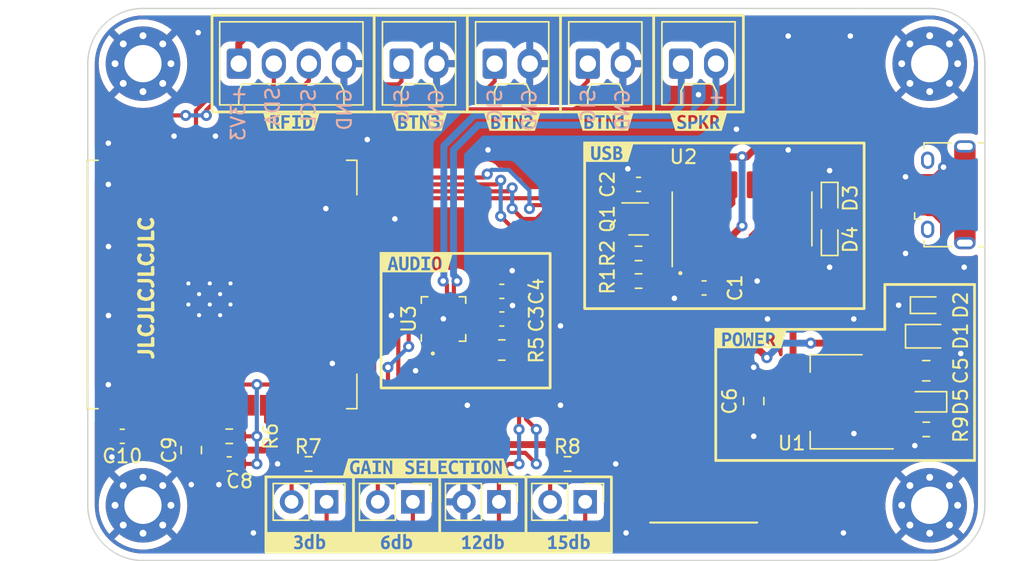
<source format=kicad_pcb>
(kicad_pcb (version 20221018) (generator pcbnew)
  (layers (0 "F.Cu" signal) (31 "B.Cu" power) (34 "B.Paste" user) (35 "F.Paste" user) (36 "B.SilkS" user "B.Silkscreen") (37 "F.SilkS" user "F.Silkscreen") (38 "B.Mask" user) (39 "F.Mask" user) (44 "Edge.Cuts" user))
  (net 0 "")
  (net 1 "I2S_LRC")
  (net 2 "GND")
  (net 3 "I2S_BCLK")
  (net 4 "I2S_DIN")
  (net 7 "+3V3")
  (net 8 "Net-(D1-Pad2)")
  (net 9 "USB_D-")
  (net 10 "VBUS")
  (net 15 "GPIO_BTN1")
  (net 16 "GPIO_BTN2")
  (net 18 "GPIO_BTN3")
  (net 19 "Net-(Q1-Pad1)")
  (net 20 "Net-(Q1-Pad2)")
  (net 21 "ESP32_EN")
  (net 22 "ESP32_BOOT")
  (net 23 "Net-(R1-Pad1)")
  (net 24 "Net-(R2-Pad2)")
  (net 32 "I2C_SCL")
  (net 33 "I2C_SDA")
  (net 46 "ESP32_RX")
  (net 49 "ESP32_TX")
  (net 53 "USB_D+")
  (net 54 "Net-(JP1-Pad2)")
  (net 55 "Net-(JP5-Pad2)")
  (net 56 "Net-(R5-Pad2)")
  (net 57 "Net-(D5-Pad1)")
  (net 58 "Net-(J2-Pad1)")
  (net 59 "Net-(J2-Pad2)")
  (net 60 "DAC_GAIN")
  (footprint "Diode_SMD:D_SOD-523" (layer "F.Cu") (at 165.25 91)
    (fp_text reference "D2")
    (fp_text value "LESD5D5.0CT1G")
  )
  (footprint "Connector_PinHeader_2.54mm:PinHeader_1x02_P2.54mm_Vertical" (layer "F.Cu") (at 134.29 105.25 -90)
    (fp_text reference "JP4" hide)
    (fp_text value "12dB")
  )
  (footprint "Diode_SMD:D_SOD-323" (layer "F.Cu") (at 165.25 93.25)
    (fp_text reference "D1")
    (fp_text value "BAT760-7")
  )
  (footprint "kibuzzard-63873069" (layer "F.Cu") (at 126.875 108.125)
    (fp_text reference "kibuzzard-63873069" hide)
    (fp_text value "G***" hide)
  )
  (footprint "MountingHole:MountingHole_2.7mm_M2.5_Pad_Via" (layer "F.Cu") (at 108.5 73.5 90)
    (fp_text reference "H3" hide)
    (fp_text value "M2.5")
  )
  (footprint "MountingHole:MountingHole_2.7mm_M2.5_Pad_Via" (layer "F.Cu") (at 165.5 73.5 90)
    (fp_text reference "H4" hide)
    (fp_text value "M2.5")
  )
  (footprint "Resistor_SMD:R_0805_2012Metric" (layer "F.Cu") (at 134.5 94.25 180)
    (fp_text reference "R5")
    (fp_text value "1M")
  )
  (footprint "MountingHole:MountingHole_2.7mm_M2.5_Pad_Via" (layer "F.Cu") (at 165.5 105.5 90)
    (fp_text reference "H2" hide)
    (fp_text value "M2.5")
  )
  (footprint "Package_TO_SOT_SMD:SOT-363_SC-70-6" (layer "F.Cu") (at 144.405 84.75)
    (fp_text reference "Q1")
    (fp_text value "UMH3N")
  )
  (footprint "Connector_PinHeader_2.54mm:PinHeader_1x02_P2.54mm_Vertical" (layer "F.Cu") (at 128.055 105.25 -90)
    (fp_text reference "JP2" hide)
    (fp_text value "6dB")
  )
  (footprint "Resistor_SMD:R_0603_1608Metric" (layer "F.Cu") (at 144.405 89.25 180)
    (fp_text reference "R1")
    (fp_text value "470")
  )
  (footprint "LED_SMD:LED_0603_1608Metric" (layer "F.Cu") (at 165.25 98 180)
    (fp_text reference "D5")
    (fp_text value "Red")
  )
  (footprint "kibuzzard-63886C09" (layer "F.Cu") (at 152.6 93.475)
    (fp_text reference "kibuzzard-63886C09" hide)
    (fp_text value "G***" hide)
  )
  (footprint "Resistor_SMD:R_0603_1608Metric" (layer "F.Cu") (at 144.405 87.25)
    (fp_text reference "R2")
    (fp_text value "470")
  )
  (footprint "Connector_Molex:Molex_KK-254_AE-6410-02A_1x02_P2.54mm_Vertical" (layer "F.Cu") (at 133.98 73.5)
    (fp_text reference "J4" hide)
    (fp_text value "BTN2")
  )
  (footprint "kibuzzard-63886C79" (layer "F.Cu") (at 148.75 77.725)
    (fp_text reference "kibuzzard-63886C79" hide)
    (fp_text value "G***" hide)
  )
  (footprint "kibuzzard-6387301B" (layer "F.Cu") (at 139.35 108.125)
    (fp_text reference "kibuzzard-6387301B" hide)
    (fp_text value "G***" hide)
  )
  (footprint "Resistor_SMD:R_0603_1608Metric" (layer "F.Cu") (at 114.75 100.5)
    (fp_text reference "R6")
    (fp_text value "10k")
  )
  (footprint "Connector_Molex:Molex_KK-254_AE-6410-02A_1x02_P2.54mm_Vertical" (layer "F.Cu") (at 147.48 73.5)
    (fp_text reference "J2" hide)
    (fp_text value "Speaker")
  )
  (footprint "Package_TO_SOT_SMD:SOT-223-3_TabPin2" (layer "F.Cu") (at 158.75 98 180)
    (fp_text reference "U1")
    (fp_text value "AMS1117-3.3")
  )
  (footprint "Connector_USB:USB_Micro-B_Amphenol_10118194_Horizontal" (layer "F.Cu") (at 166.75 83 90)
    (fp_text reference "J1" hide)
    (fp_text value "10118194")
  )
  (footprint "Capacitor_SMD:C_0805_2012Metric" (layer "F.Cu") (at 152.75 97.95 -90)
    (fp_text reference "C6")
    (fp_text value "10u")
  )
  (footprint "Capacitor_SMD:C_0603_1608Metric" (layer "F.Cu") (at 107 100.5 180)
    (fp_text reference "C10")
    (fp_text value "100n")
  )
  (footprint "Capacitor_SMD:C_0603_1608Metric" (layer "F.Cu") (at 134.5 90)
    (fp_text reference "C4")
    (fp_text value "100n")
  )
  (footprint "kibuzzard-63886C2C" (layer "F.Cu") (at 128.375 87.975)
    (fp_text reference "kibuzzard-63886C2C" hide)
    (fp_text value "G***" hide)
  )
  (footprint "Package_SO:SOIC-16_3.9x9.9mm_P1.27mm" (layer "F.Cu") (at 151.905 84.75 90)
    (fp_text reference "U2")
    (fp_text value "CH340C")
  )
  (footprint "Connector_Molex:Molex_KK-254_AE-6410-02A_1x02_P2.54mm_Vertical" (layer "F.Cu") (at 140.73 73.5)
    (fp_text reference "J3" hide)
    (fp_text value "BTN1")
  )
  (footprint "kibuzzard-63886C48" (layer "F.Cu") (at 119.25 77.725)
    (fp_text reference "kibuzzard-63886C48" hide)
    (fp_text value "G***" hide)
  )
  (footprint "Connector_PinHeader_2.54mm:PinHeader_1x02_P2.54mm_Vertical" (layer "F.Cu") (at 121.805 105.25 -90)
    (fp_text reference "JP1" hide)
    (fp_text value "3dB")
  )
  (footprint "Capacitor_SMD:C_0805_2012Metric" (layer "F.Cu") (at 165.25 95.75)
    (fp_text reference "C5")
    (fp_text value "10u")
  )
  (footprint "Resistor_SMD:R_0603_1608Metric" (layer "F.Cu") (at 120.5 102.5 180)
    (fp_text reference "R7")
    (fp_text value "100k")
  )
  (footprint "kibuzzard-63886C18" (layer "F.Cu") (at 142.3 79.975)
    (fp_text reference "kibuzzard-63886C18" hide)
    (fp_text value "G***" hide)
  )
  (footprint "kibuzzard-63873011" (layer "F.Cu") (at 133.125 108.125)
    (fp_text reference "kibuzzard-63873011" hide)
    (fp_text value "G***" hide)
  )
  (footprint "Capacitor_SMD:C_0603_1608Metric" (layer "F.Cu") (at 134.5 92)
    (fp_text reference "C3")
    (fp_text value "10u")
  )
  (footprint "Connector_PinHeader_2.54mm:PinHeader_1x02_P2.54mm_Vertical" (layer "F.Cu") (at 140.54 105.25 -90)
    (fp_text reference "JP5" hide)
    (fp_text value "15dB")
  )
  (footprint "Resistor_SMD:R_0603_1608Metric" (layer "F.Cu") (at 139.265 102.5 180)
    (fp_text reference "R8")
    (fp_text value "100k")
  )
  (footprint "Capacitor_SMD:C_0603_1608Metric" (layer "F.Cu") (at 144.405 82.25 180)
    (fp_text reference "C2")
    (fp_text value "100n")
  )
  (footprint "kibuzzard-63886C53" (layer "F.Cu") (at 128.5 77.725)
    (fp_text reference "kibuzzard-63886C53" hide)
    (fp_text value "G***" hide)
  )
  (footprint "Capacitor_SMD:C_0603_1608Metric" (layer "F.Cu") (at 114.75 102.5)
    (fp_text reference "C8")
    (fp_text value "1u")
  )
  (footprint "Espressif:ESP32-WROOM-32E" (layer "F.Cu") (at 113 89.5 90)
    (fp_text reference "U4" hide)
    (fp_text value "ESP32-WROOM-32E")
  )
  (footprint "Diode_SMD:D_SOD-523" (layer "F.Cu") (at 158.25 83.25 -90)
    (fp_text reference "D3")
    (fp_text value "LESD5D5.0CT1G")
  )
  (footprint "Diode_SMD:D_SOD-523" (layer "F.Cu") (at 158.25 86.25 90)
    (fp_text reference "D4")
    (fp_text value "LESD5D5.0CT1G")
  )
  (footprint "kibuzzard-63886C6D" (layer "F.Cu") (at 142 77.725)
    (fp_text reference "kibuzzard-63886C6D" hide)
    (fp_text value "G***" hide)
  )
  (footprint "kibuzzard-6380B75E" (layer "F.Cu") (at 129 102.75)
    (fp_text reference "kibuzzard-6380B75E" hide)
    (fp_text value "G***" hide)
  )
  (footprint "Connector_Molex:Molex_KK-254_AE-6410-04A_1x04_P2.54mm_Vertical" (layer "F.Cu") (at 115.44 73.5)
    (fp_text reference "J5" hide)
    (fp_text value "RFID Module")
  )
  (footprint "kibuzzard-63885EFC" (layer "F.Cu") (at 120.575 108.125)
    (fp_text reference "kibuzzard-63885EFC" hide)
    (fp_text value "G***" hide)
  )
  (footprint "Capacitor_SMD:C_0805_2012Metric" (layer "F.Cu") (at 112 101.5 -90)
    (fp_text reference "C9")
    (fp_text value "22u")
  )
  (footprint "Connector_Molex:Molex_KK-254_AE-6410-02A_1x02_P2.54mm_Vertical" (layer "F.Cu") (at 127.23 73.5)
    (fp_text reference "J6" hide)
    (fp_text value "BTN3")
  )
  (footprint "Package_DFN_QFN:TQFN-16-1EP_3x3mm_P0.5mm_EP1.23x1.23mm" (layer "F.Cu") (at 130.275 92 90)
    (fp_text reference "U3")
    (fp_text value "MAX98357AETE+T")
  )
  (footprint "Capacitor_SMD:C_0603_1608Metric" (layer "F.Cu") (at 149.155 89.75 180)
    (fp_text reference "C1")
    (fp_text value "100n")
  )
  (footprint "kibuzzard-63886C64" (layer "F.Cu") (at 135.25 77.725)
    (fp_text reference "kibuzzard-63886C64" hide)
    (fp_text value "G***" hide)
  )
  (footprint "MountingHole:MountingHole_2.7mm_M2.5_Pad_Via" (layer "F.Cu") (at 108.5 105.5 90)
    (fp_text reference "H1" hide)
    (fp_text value "M2.5")
  )
  (footprint "Resistor_SMD:R_0603_1608Metric" (layer "F.Cu") (at 165.25 100)
    (fp_text reference "R9")
    (fp_text value "1k5")
  )
  (gr_line (start 130 108.825) (end 130 103.5) (stroke (width 0.2)) (layer "F.SilkS"))
  (gr_line (start 168.75 89.5) (end 168.75 102.25) (stroke (width 0.2)) (layer "F.SilkS"))
  (gr_line (start 153 106.75) (end 145.25 106.75) (stroke (width 0.15)) (layer "F.SilkS"))
  (gr_line (start 145.5 77) (end 145.5 70) (stroke (width 0.2)) (layer "F.SilkS"))
  (gr_line (start 132 77) (end 132 70) (stroke (width 0.2)) (layer "F.SilkS"))
  (gr_line (start 150 92.75) (end 150 93.25) (stroke (width 0.2)) (layer "F.SilkS"))
  (gr_line (start 162.25 89.5) (end 168.75 89.5) (stroke (width 0.2)) (layer "F.SilkS"))
  (gr_rect (start 117.41 103.44) (end 142.44 108.89) (stroke (width 0.2)) (fill none) (layer "F.SilkS"))
  (gr_circle (center 147.435 88.68) (end 147.435 88.605) (stroke (width 0.15)) (fill solid) (layer "F.SilkS"))
  (gr_circle (center 129.5 94.5) (end 129.5 94.425) (stroke (width 0.15)) (fill solid) (layer "F.SilkS"))
  (gr_line (start 125.25 77) (end 125.25 70) (stroke (width 0.2)) (layer "F.SilkS"))
  (gr_rect (start 140.5 79.25) (end 160.75 91.25) (stroke (width 0.2)) (fill none) (layer "F.SilkS"))
  (gr_line (start 150 102.25) (end 150 93.25) (stroke (width 0.2)) (layer "F.SilkS"))
  (gr_line (start 156.5 92.75) (end 150 92.75) (stroke (width 0.2)) (layer "F.SilkS"))
  (gr_line (start 136.25 103.5) (end 136.25 108.8) (stroke (width 0.2)) (layer "F.SilkS"))
  (gr_line (start 138.75 77) (end 138.75 70) (stroke (width 0.2)) (layer "F.SilkS"))
  (gr_line (start 162.25 89.5) (end 162.25 92.75) (stroke (width 0.2)) (layer "F.SilkS"))
  (gr_rect (start 125.75 87.25) (end 138 97) (stroke (width 0.2)) (fill none) (layer "F.SilkS"))
  (gr_rect (start 113.5 70) (end 152 77) (stroke (width 0.2)) (fill none) (layer "F.SilkS"))
  (gr_line (start 162.25 92.75) (end 156.5 92.75) (stroke (width 0.2)) (layer "F.SilkS"))
  (gr_line (start 123.75 103.5) (end 123.75 108.85) (stroke (width 0.2)) (layer "F.SilkS"))
  (gr_line (start 168.75 102.25) (end 150 102.25) (stroke (width 0.2)) (layer "F.SilkS"))
  (gr_arc (start 108.5 109.5) (mid 105.671573 108.328427) (end 104.5 105.5) (stroke (width 0.1)) (layer "Edge.Cuts"))
  (gr_line (start 104.5 73.5) (end 104.5 105.5) (stroke (width 0.1)) (layer "Edge.Cuts"))
  (gr_arc (start 104.5 73.5) (mid 105.671573 70.671573) (end 108.5 69.5) (stroke (width 0.1)) (layer "Edge.Cuts"))
  (gr_arc (start 169.5 105.5) (mid 168.328427 108.328427) (end 165.5 109.5) (stroke (width 0.1)) (layer "Edge.Cuts"))
  (gr_line (start 108.5 69.5) (end 160.5 69.5) (stroke (width 0.1)) (layer "Edge.Cuts"))
  (gr_line (start 160.5 69.5) (end 165.5 69.5) (stroke (width 0.1)) (layer "Edge.Cuts"))
  (gr_arc (start 165.5 69.5) (mid 168.328427 70.671573) (end 169.5 73.5) (stroke (width 0.1)) (layer "Edge.Cuts"))
  (gr_line (start 160.5 109.5) (end 108.5 109.5) (stroke (width 0.1)) (layer "Edge.Cuts"))
  (gr_line (start 160.5 109.5) (end 165.5 109.5) (stroke (width 0.1)) (layer "Edge.Cuts"))
  (gr_line (start 169.5 73.5) (end 169.5 105.5) (stroke (width 0.1)) (layer "Edge.Cuts"))
  (gr_text "+3V3" (at 115.4 75 90) (layer "B.SilkS") (effects (font (size 1 1)) (justify left mirror)))
  (gr_text "GND" (at 123.1 75.2 90) (layer "B.SilkS") (effects (font (size 1 1)) (justify left mirror)))
  (gr_text "SCL" (at 120.5 75.2 90) (layer "B.SilkS") (effects (font (size 1 1)) (justify left mirror)))
  (gr_text "SDA" (at 117.9 75.1 90) (layer "B.SilkS") (effects (font (size 1 1)) (justify left mirror)))
  (gr_text "GND" (at 143.25 75.25 90) (layer "B.SilkS") (effects (font (size 1 1)) (justify left mirror)))
  (gr_text "SIG" (at 134 75.25 90) (layer "B.SilkS") (effects (font (size 1 1)) (justify left mirror)))
  (gr_text "+" (at 150 75.25 90) (layer "B.SilkS") (effects (font (size 1 1)) (justify left mirror)))
  (gr_text "SIG" (at 140.75 75.25 90) (layer "B.SilkS") (effects (font (size 1 1)) (justify left mirror)))
  (gr_text "GND" (at 136.5 75.25 90) (layer "B.SilkS") (effects (font (size 1 1)) (justify left mirror)))
  (gr_text "GND" (at 129.75 75.25 90) (layer "B.SilkS") (effects (font (size 1 1)) (justify left mirror)))
  (gr_text "-" (at 147.5 75.25 90) (layer "B.SilkS") (effects (font (size 1 1)) (justify left mirror)))
  (gr_text "SIG" (at 127.25 75.25 90) (layer "B.SilkS") (effects (font (size 1 1)) (justify left mirror)))
  (gr_text "JLCJLCJLCJLC" (at 108.75 89.75 90) (layer "F.SilkS") (effects (font (size 1 1) (thickness 0.25))))
  (segment (start 127 98.5) (end 127 93.091637) (width 0.3) (layer "F.Cu") (net 1))
  (segment (start 125.5 100) (end 127 98.5) (width 0.3) (layer "F.Cu") (net 1))
  (segment (start 118.69 98.25) (end 118.69 99.44) (width 0.3) (layer "F.Cu") (net 1))
  (segment (start 118.69 99.44) (end 119.25 100) (width 0.3) (layer "F.Cu") (net 1))
  (segment (start 127 93.091637) (end 128.341637 91.75) (width 0.3) (layer "F.Cu") (net 1))
  (segment (start 119.25 100) (end 125.5 100) (width 0.3) (layer "F.Cu") (net 1))
  (segment (start 128.341637 91.75) (end 128.8375 91.75) (width 0.3) (layer "F.Cu") (net 1))
  (segment (start 112.565 90.2) (end 113.3 90.2) (width 0.5) (layer "F.Cu") (net 2))
  (segment (start 112.05 102.5) (end 112 102.45) (width 0.5) (layer "F.Cu") (net 2))
  (segment (start 167.75 95.5) (end 167.75 94.5) (width 0.5) (layer "F.Cu") (net 2))
  (segment (start 113.975 102.5) (end 112.05 102.5) (width 0.5) (layer "F.Cu") (net 2))
  (segment (start 113.32 88.655) (end 111.795 88.655) (width 0.5) (layer "F.Cu") (net 2))
  (segment (start 147.63 90.5) (end 148.38 89.75) (width 0.5) (layer "F.Cu") (net 2))
  (segment (start 130.025 92.25) (end 130.275 92) (width 0.3) (layer "F.Cu") (net 2))
  (segment (start 130.025 91.75) (end 130.2625 91.9875) (width 0.3) (layer "F.Cu") (net 2))
  (segment (start 164.425 100) (end 163.75 100) (width 0.5) (layer "F.Cu") (net 2))
  (segment (start 111.815 90.2) (end 111.795 90.18) (width 0.5) (layer "F.Cu") (net 2))
  (segment (start 163.45 100.3) (end 161.9 100.3) (width 0.5) (layer "F.Cu") (net 2))
  (segment (start 130.525 92.25) (end 130.275 92) (width 0.3) (layer "F.Cu") (net 2))
  (segment (start 163.75 100) (end 163.45 100.3) (width 0.5) (layer "F.Cu") (net 2))
  (segment (start 158.25 86.95) (end 158.25 88.25) (width 0.5) (layer "F.Cu") (net 2))
  (segment (start 130.2625 91.9875) (end 130.275 92) (width 0.3) (layer "F.Cu") (net 2))
  (segment (start 147.46 87.225) (end 147.46 88.83) (width 0.5) (layer "F.Cu") (net 2))
  (segment (start 113.34 91.685) (end 113.32 91.705) (width 0.5) (layer "F.Cu") (net 2))
  (segment (start 105.99 96.76) (end 105.99 98.25) (width 0.5) (layer "F.Cu") (net 2))
  (segment (start 111.795 91.705) (end 111.795 90.955) (width 0.5) (layer "F.Cu") (net 2))
  (segment (start 114.845 90.18) (end 114.845 89.43) (width 0.5) (layer "F.Cu") (net 2))
  (segment (start 143.63 81.12) (end 143.63 82.25) (width 0.5) (layer "F.Cu") (net 2))
  (segment (start 140.09 102.5) (end 142.75 102.5) (width 0.3) (layer "F.Cu") (net 2))
  (segment (start 106.25 99.5) (end 106.25 100.475) (width 0.5) (layer "F.Cu") (net 2))
  (segment (start 114.845 91.705) (end 114.845 90.955) (width 0.5) (layer "F.Cu") (net 2))
  (segment (start 114 102.525) (end 113.975 102.5) (width 0.5) (layer "F.Cu") (net 2))
  (segment (start 112 104) (end 112 102.45) (width 0.5) (layer "F.Cu") (net 2))
  (segment (start 165.8 81.7) (end 166.5 81) (width 0.3) (layer "F.Cu") (net 2))
  (segment (start 160.01 100.3) (end 161.9 100.3) (width 0.5) (layer "F.Cu") (net 2))
  (segment (start 161.95 100.25) (end 161.9 100.3) (width 0.5) (layer "F.Cu") (net 2))
  (segment (start 114.845 89.43) (end 114.84 89.425) (width 0.5) (layer "F.Cu") (net 2))
  (segment (start 147 90.5) (end 147.63 90.5) (width 0.5) (layer "F.Cu") (net 2))
  (segment (start 130.025 90.5625) (end 130.025 91.75) (width 0.3) (layer "F.Cu") (net 2))
  (segment (start 105.99 98.25) (end 105.99 99.24) (width 0.5) (layer "F.Cu") (net 2))
  (segment (start 112.585 91.705) (end 112.565 91.725) (width 0.5) (layer "F.Cu") (net 2))
  (segment (start 111.79 89.425) (end 111.79 88.66) (width 0.5) (layer "F.Cu") (net 2))
  (segment (start 113.34 89.425) (end 113.34 90.16) (width 0.5) (layer "F.Cu") (net 2))
  (segment (start 106.25 100.475) (end 106.225 100.5) (width 0.5) (layer "F.Cu") (net 2))
  (segment (start 114 104) (end 114 102.525) (width 0.5) (layer "F.Cu") (net 2))
  (segment (start 163.75 81.7) (end 165.35 81.7) (width 0.3) (layer "F.Cu") (net 2))
  (segment (start 111.74 91.76) (end 111.795 91.705) (width 0.5) (layer "F.Cu") (net 2))
  (segment (start 114.09 90.2) (end 113.34 90.2) (width 0.5) (layer "F.Cu") (net 2))
  (segment (start 111.795 89.43) (end 111.79 89.425) (width 0.5) (layer "F.Cu") (net 2))
  (segment (start 122.22 95.22) (end 123.75 95.22) (width 0.5) (layer "F.Cu") (net 2))
  (segment (start 111.79 90.95) (end 111.79 90.185) (width 0.5) (layer "F.Cu") (net 2))
  (segment (start 113.34 90.95) (end 113.34 91.685) (width 0.5) (layer "F.Cu") (net 2))
  (segment (start 128.8375 92.25) (end 130.025 92.25) (width 0.3) (layer "F.Cu") (net 2))
  (segment (start 111.79 90.185) (end 111.795 90.18) (width 0.5) (layer "F.Cu") (net 2))
  (segment (start 158.25 82.55) (end 158.25 81.25) (width 0.5) (layer "F.Cu") (net 2))
  (segment (start 114.84 89.425) (end 114.84 88.66) (width 0.5) (layer "F.Cu") (net 2))
  (segment (start 111.795 91.705) (end 112.545 91.705) (width 0.5) (layer "F.Cu") (net 2))
  (segment (start 113.34 90.95) (end 113.34 90.2) (width 0.5) (layer "F.Cu") (net 2))
  (segment (start 113.32 91.705) (end 112.585 91.705) (width 0.5) (layer "F.Cu") (net 2))
  (segment (start 135.275 91.025) (end 135.275 90) (width 0.5) (layer "F.Cu") (net 2))
  (segment (start 113.32 91.705) (end 114.07 91.705) (width 0.5) (layer "F.Cu") (net 2))
  (segment (start 114.84 90.185) (end 114.845 90.18) (width 0.5) (layer "F.Cu") (net 2))
  (segment (start 112.545 91.705) (end 112.565 91.725) (width 0.5) (layer "F.Cu") (net 2))
  (segment (start 111.74 88.6) (end 111.795 88.655) (width 0.5) (layer "F.Cu") (net 2))
  (segment (start 111.79 88.66) (end 111.795 88.655) (width 0.5) (layer "F.Cu") (net 2))
  (segment (start 105.99 79.26) (end 105.99 80.75) (width 0.5) (layer "F.Cu") (net 2))
  (segment (start 111.7 88.75) (end 111.795 88.655) (width 0.5) (layer "F.Cu") (net 2))
  (segment (start 135.25 89.975) (end 135.275 90) (width 0.5) (layer "F.Cu") (net 2))
  (segment (start 106.225 100.5) (end 106.225 101.975) (width 0.5) (layer "F.Cu") (net 2))
  (segment (start 165.35 81.7) (end 165.8 81.7) (width 0.3) (layer "F.Cu") (net 2))
  (segment (start 135.25 88.5) (end 135.25 89.975) (width 0.5) (layer "F.Cu") (net 2))
  (segment (start 166.2 95.75) (end 167.5 95.75) (width 0.5) (layer "F.Cu") (net 2))
  (segment (start 113.32 88.655) (end 114.845 88.655) (width 0.5) (layer "F.Cu") (net 2))
  (segment (start 147.46 88.83) (end 148.38 89.75) (width 0.5) (layer "F.Cu") (net 2))
  (segment (start 114.89 91.75) (end 114.845 91.705) (width 0.5) (layer "F.Cu") (net 2))
  (segment (start 113.34 90.2) (end 113.32 90.18) (width 0.5) (layer "F.Cu") (net 2))
  (segment (start 164.425 101.175) (end 164.425 100) (width 0.5) (layer "F.Cu") (net 2))
  (segment (start 114.84 88.66) (end 114.845 88.655) (width 0.5) (layer "F.Cu") (net 2))
  (segment (start 112.565 90.2) (end 111.815 90.2) (width 0.5) (layer "F.Cu") (net 2))
  (segment (start 105.99 99.24) (end 106.25 99.5) (width 0.5) (layer "F.Cu") (net 2))
  (segment (start 111.795 90.18) (end 111.795 89.43) (width 0.5) (layer "F.Cu") (net 2))
  (segment (start 114.825 91.725) (end 114.845 91.705) (width 0.5) (layer "F.Cu") (net 2))
  (segment (start 114.11 90.18) (end 114.09 90.2) (width 0.5) (layer "F.Cu") (net 2))
  (segment (start 111.795 90.955) (end 111.79 90.95) (width 0.5) (layer "F.Cu") (net 2))
  (segment (start 167.5 95.75) (end 167.75 95.5) (width 0.5) (layer "F.Cu") (net 2))
  (segment (start 130.525 93.4375) (end 130.525 92.25) (width 0.3) (layer "F.Cu") (net 2))
  (segment (start 164.55 91) (end 163.25 91) (width 0.5) (layer "F.Cu") (net 2))
  (segment (start 114.09 91.725) (end 114.825 91.725) (width 0.5) (layer "F.Cu") (net 2))
  (segment (start 113.34 89.425) (end 113.34 88.675) (width 0.5) (layer "F.Cu") (net 2))
  (segment (start 113.3 90.2) (end 113.32 90.18) (width 0.5) (layer "F.Cu") (net 2))
  (segment (start 114.84 90.95) (end 114.84 90.185) (width 0.5) (layer "F.Cu") (net 2))
  (segment (start 152.75 98.9) (end 152.75 100.5) (width 0.5) (layer "F.Cu") (net 2))
  (segment (start 114.07 91.705) (end 114.09 91.725) (width 0.5) (layer "F.Cu") (net 2))
  (segment (start 106.225 101.975) (end 106.25 102) (width 0.5) (layer "F.Cu") (net 2))
  (segment (start 111.75 91.75) (end 111.795 91.705) (width 0.5) (layer "F.Cu") (net 2))
  (segment (start 114.845 90.18) (end 114.11 90.18) (width 0.5) (layer "F.Cu") (net 2))
  (segment (start 135.275 92) (end 135.275 91.025) (width 0.5) (layer "F.Cu") (net 2))
  (segment (start 113.34 90.16) (end 113.32 90.18) (width 0.5) (layer "F.Cu") (net 2))
  (segment (start 114.74 88.55) (end 114.845 88.655) (width 0.5) (layer "F.Cu") (net 2))
  (segment (start 113.34 88.675) (end 113.32 88.655) (width 0.5) (layer "F.Cu") (net 2))
  (segment (start 114.845 90.955) (end 114.84 90.95) (width 0.5) (layer "F.Cu") (net 2))
  (segment (start 105.99 80.75) (end 105.99 82.25) (width 0.5) (layer "F.Cu") (net 2))
  (segment (start 114.74 91.81) (end 114.845 91.705) (width 0.5) (layer "F.Cu") (net 2))
  (segment (start 114.94 88.75) (end 114.845 88.655) (width 0.5) (layer "F.Cu") (net 2))
  (via (at 153 89.25) (size 0.8) (drill 0.4) (layers "F.Cu" "B.Cu") (net 2))
  (via (at 166.5 81) (size 0.8) (drill 0.4) (layers "F.Cu" "B.Cu") (net 2))
  (via (at 147 90.5) (size 0.8) (drill 0.4) (layers "F.Cu" "B.Cu") (net 2))
  (via (at 114.09 91.725) (size 0.5) (drill 0.3) (layers "F.Cu" "B.Cu") (net 2))
  (via (at 113.34 90.95) (size 0.5) (drill 0.3) (layers "F.Cu" "B.Cu") (net 2))
  (via (at 112.565 90.2) (size 0.5) (drill 0.3) (layers "F.Cu" "B.Cu") (net 2))
  (via (at 138.75 98.25) (size 0.8) (drill 0.4) (layers "F.Cu" "B.Cu") (net 2))
  (via (at 135.275 91.025) (size 0.8) (drill 0.4) (layers "F.Cu" "B.Cu") (net 2))
  (via (at 163.75 81.7) (size 0.8) (drill 0.4) (layers "F.Cu" "B.Cu") (net 2))
  (via (at 133.5 79.75) (size 0.8) (drill 0.4) (layers "F.Cu" "B.Cu") (net 2))
  (via (at 113.75 78.75) (size 0.8) (drill 0.4) (layers "F.Cu" "B.Cu") (net 2))
  (via (at 159.25 107.5) (size 0.8) (drill 0.4) (layers "F.Cu" "B.Cu") (net 2))
  (via (at 118.25 102.5) (size 0.8) (drill 0.4) (layers "F.Cu" "B.Cu") (net 2))
  (via (at 112.5 71.25) (size 0.8) (drill 0.4) (layers "F.Cu" "B.Cu") (net 2))
  (via (at 112 104) (size 0.8) (drill 0.4) (layers "F.Cu" "B.Cu") (net 2))
  (via (at 164.425 101.175) (size 0.8) (drill 0.4) (layers "F.Cu" "B.Cu") (net 2))
  (via (at 114.84 89.425) (size 0.5) (drill 0.3) (layers "F.Cu" "B.Cu") (net 2))
  (via (at 106 86.75) (size 0.8) (drill 0.4) (layers "F.Cu" "B.Cu") (net 2))
  (via (at 130.2625 91.9875) (size 0.8) (drill 0.4) (layers "F.Cu" "B.Cu") (net 2))
  (via (at 106.25 102) (size 0.8) (drill 0.4) (layers "F.Cu" "B.Cu") (net 2))
  (via (at 114 104) (size 0.8) (drill 0.4) (layers "F.Cu" "B.Cu") (net 2))
  (via (at 153.75 92) (size 0.8) (drill 0.4) (layers "F.Cu" "B.Cu") (net 2))
  (via (at 116.5 107.5) (size 0.8) (drill 0.4) (layers "F.Cu" "B.Cu") (net 2))
  (via (at 124.75 79) (size 0.8) (drill 0.4) (layers "F.Cu" "B.Cu") (net 2))
  (via (at 105.99 79.26) (size 0.8) (drill 0.4) (layers "F.Cu" "B.Cu") (net 2))
  (via (at 167.75 94.5) (size 0.8) (drill 0.4) (layers "F.Cu" "B.Cu") (net 2))
  (via (at 160.01 100.3) (size 0.8) (drill 0.4) (layers "F.Cu" "B.Cu") (net 2))
  (via (at 155.25 79.75) (size 0.8) (drill 0.4) (layers "F.Cu" "B.Cu") (net 2))
  (via (at 158.25 88.25) (size 0.8) (drill 0.4) (layers "F.Cu" "B.Cu") (net 2))
  (via (at 111.79 89.425) (size 0.5) (drill 0.3) (layers "F.Cu" "B.Cu") (net 2))
  (via (at 132 98.25) (size 0.8) (drill 0.4) (layers "F.Cu" "B.Cu") (net 2))
  (via (at 105.99 82.25) (size 0.8) (drill 0.4) (layers "F.Cu" "B.Cu") (net 2))
  (via (at 155.25 71.5) (size 0.8) (drill 0.4) (layers "F.Cu" "B.Cu") (net 2))
  (via (at 128.25 95.75) (size 0.8) (drill 0.4) (layers "F.Cu" "B.Cu") (net 2))
  (via (at 158.25 81.25) (size 0.8) (drill 0.4) (layers "F.Cu" "B.Cu") (net 2))
  (via (at 114.09 90.2) (size 0.5) (drill 0.3) (layers "F.Cu" "B.Cu") (net 2))
  (via (at 113.34 89.425) (size 0.5) (drill 0.3) (layers "F.Cu" "B.Cu") (net 2))
  (via (at 163.75 87.25) (size 0.8) (drill 0.4) (layers "F.Cu" "B.Cu") (net 2))
  (via (at 106 91.75) (size 0.8) (drill 0.4) (layers "F.Cu" "B.Cu") (net 2))
  (via (at 152.75 95.5) (size 0.8) (drill 0.4) (layers "F.Cu" "B.Cu") (net 2))
  (via (at 126.75 84.75) (size 0.8) (drill 0.4) (layers "F.Cu" "B.Cu") (net 2))
  (via (at 142.75 102.5) (size 0.8) (drill 0.4) (layers "F.Cu" "B.Cu") (net 2))
  (via (at 138.75 92.5) (size 0.8) (drill 0.4) (layers "F.Cu" "B.Cu") (net 2))
  (via (at 151.5 78.25) (size 0.8) (drill 0.4) (layers "F.Cu" "B.Cu") (net 2))
  (via (at 110.75 78.75) (size 0.8) (drill 0.4) (layers "F.Cu" "B.Cu") (net 2))
  (via (at 143.63 81.12) (size 0.8) (drill 0.4) (layers "F.Cu" "B.Cu") (net 2))
  (via (at 111.79 90.95) (size 0.5) (drill 0.3) (layers "F.Cu" "B.Cu") (net 2))
  (via (at 135.25 88.5) (size 0.8) (drill 0.4) (layers "F.Cu" "B.Cu") (net 2))
  (via (at 168 88.25) (size 0.8) (drill 0.4) (layers "F.Cu" "B.Cu") (net 2))
  (via (at 148.75 75.75) (size 0.8) (drill 0.4) (layers "F.Cu" "B.Cu") (net 2))
  (via (at 112.565 91.725) (size 0.5) (drill 0.3) (layers "F.Cu" "B.Cu") (net 2))
  (via (at 105.99 96.76) (size 0.8) (drill 0.4) (layers "F.Cu" "B.Cu") (net 2))
  (via (at 163.25 91) (size 0.8) (drill 0.4) (layers "F.Cu" "B.Cu") (net 2))
  (via (at 159.75 71.5) (size 0.8) (drill 0.4) (layers "F.Cu" "B.Cu") (net 2))
  (via (at 114.84 90.95) (size 0.5) (drill 0.3) (layers "F.Cu" "B.Cu") (net 2))
  (via (at 160 92) (size 0.8) (drill 0.4) (layers "F.Cu" "B.Cu") (net 2))
  (via (at 152.75 100.5) (size 0.8) (drill 0.4) (layers "F.Cu" "B.Cu") (net 2))
  (via (at 143.5 107.5) (size 0.8) (drill 0.4) (layers "F.Cu" "B.Cu") (net 2))
  (via (at 122.22 95.22) (size 0.8) (drill 0.4) (layers "F.Cu" "B.Cu") (net 2))
  (via (at 126.5 91.75) (size 0.8) (drill 0.4) (layers "F.Cu" "B.Cu") (net 2))
  (via (at 121.75 84) (size 0.8) (drill 0.4) (layers "F.Cu" "B.Cu") (net 2))
  (segment (start 125.25 99.5) (end 126.25 98.5) (width 0.3) (layer "F.Cu") (net 3))
  (segment (start 127.75 93.048743) (end 127.75 94) (width 0.3) (layer "F.Cu") (net 3))
  (segment (start 126.25 98.5) (end 126.25 95.5) (width 0.3) (layer "F.Cu") (net 3))
  (segment (start 119.96 99.3) (end 120.16 99.5) (width 0.3) (layer "F.Cu") (net 3))
  (segment (start 128.8375 92.75) (end 128.048743 92.75) (width 0.3) (layer "F.Cu") (net 3))
  (segment (start 120.16 99.5) (end 125.25 99.5) (width 0.3) (layer "F.Cu") (net 3))
  (segment (start 128.048743 92.75) (end 127.75 93.048743) (width 0.3) (layer "F.Cu") (net 3))
  (segment (start 119.96 98.25) (end 119.96 99.3) (width 0.3) (layer "F.Cu") (net 3))
  (via (at 127.75 94) (size 0.8) (drill 0.4) (layers "F.Cu" "B.Cu") (net 3))
  (via (at 126.25 95.5) (size 0.8) (drill 0.4) (layers "F.Cu" "B.Cu") (net 3))
  (segment (start 126.25 95.5) (end 127.75 94) (width 0.3) (layer "B.Cu") (net 3))
  (segment (start 118.5 100.5) (end 125.707107 100.5) (width 0.3) (layer "F.Cu") (net 4))
  (segment (start 117.42 98.25) (end 117.42 99.42) (width 0.3) (layer "F.Cu") (net 4))
  (segment (start 117.42 99.42) (end 118.5 100.5) (width 0.3) (layer "F.Cu") (net 4))
  (segment (start 129.525 96.682107) (end 129.525 93.4375) (width 0.3) (layer "F.Cu") (net 4))
  (segment (start 125.707107 100.5) (end 129.525 96.682107) (width 0.3) (layer "F.Cu") (net 4))
  (segment (start 154 97.75) (end 154 97.25) (width 0.5) (layer "F.Cu") (net 7))
  (segment (start 107.775 100.5) (end 107.775 99.775) (width 0.5) (layer "F.Cu") (net 7))
  (segment (start 113.925 101.175) (end 113.925 100.5) (width 0.5) (layer "F.Cu") (net 7))
  (segment (start 152.505 90.6) (end 151.27 89.365) (width 0.5) (layer "F.Cu") (net 7))
  (segment (start 153 79.5) (end 153 72.75) (width 0.5) (layer "F.Cu") (net 7))
  (segment (start 151.27 85.885) (end 151.905 85.25) (width 0.5) (layer "F.Cu") (net 7))
  (segment (start 152.25 80.25) (end 153 79.5) (width 0.5) (layer "F.Cu") (net 7))
  (segment (start 117.25 101.5) (end 114.25 101.5) (width 0.5) (layer "F.Cu") (net 7))
  (segment (start 147.435 82.25) (end 147.46 82.275) (width 0.5) (layer "F.Cu") (net 7))
  (segment (start 151.5 71.25) (end 116.25 71.25) (width 0.5) (layer "F.Cu") (net 7))
  (segment (start 114.25 101.5) (end 113.925 101.175) (width 0.5) (layer "F.Cu") (net 7))
  (segment (start 153 72.75) (end 151.5 71.25) (width 0.5) (layer "F.Cu") (net 7))
  (segment (start 154.55 90.6) (end 155.6 91.65) (width 0.5) (layer "F.Cu") (net 7))
  (segment (start 147.46 80.945) (end 147.46 82.275) (width 0.5) (layer "F.Cu") (net 7))
  (segment (start 155.6 98) (end 154.25 98) (width 0.5) (layer "F.Cu") (net 7))
  (segment (start 153.75 97) (end 152.75 97) (width 0.5) (layer "F.Cu") (net 7))
  (segment (start 143.9 101.1) (end 117.65 101.1) (width 0.5) (layer "F.Cu") (net 7))
  (segment (start 148 97) (end 143.9 101.1) (width 0.5) (layer "F.Cu") (net 7))
  (segment (start 152.505 90.6) (end 154.55 90.6) (width 0.5) (layer "F.Cu") (net 7))
  (segment (start 145.18 82.25) (end 147.435 82.25) (width 0.5) (layer "F.Cu") (net 7))
  (segment (start 148.155 80.25) (end 147.46 80.945) (width 0.5) (layer "F.Cu") (net 7))
  (segment (start 150.885 89.75) (end 149.93 89.75) (width 0.5) (layer "F.Cu") (net 7))
  (segment (start 151.27 89.365) (end 150.885 89.75) (width 0.5) (layer "F.Cu") (net 7))
  (segment (start 107.26 99.26) (end 107.26 98.25) (width 0.5) (layer "F.Cu") (net 7))
  (segment (start 113.925 100.5) (end 112.05 100.5) (width 0.5) (layer "F.Cu") (net 7))
  (segment (start 112.05 100.5) (end 112 100.55) (width 0.5) (layer "F.Cu") (net 7))
  (segment (start 155.6 98.5) (end 155.6 91.65) (width 0.5) (layer "F.Cu") (net 7))
  (segment (start 154.25 98) (end 154 97.75) (width 0.5) (layer "F.Cu") (net 7))
  (segment (start 151.27 87.225) (end 151.27 89.365) (width 0.5) (layer "F.Cu") (net 7))
  (segment (start 164.4625 98) (end 161.9 98) (width 0.5) (layer "F.Cu") (net 7))
  (segment (start 116.25 71.25) (end 115.44 72.06) (width 0.5) (layer "F.Cu") (net 7))
  (segment (start 151.905 80.25) (end 148.155 80.25) (width 0.5) (layer "F.Cu") (net 7))
  (segment (start 107.825 100.55) (end 107.775 100.5) (width 0.5) (layer "F.Cu") (net 7))
  (segment (start 117.65 101.1) (end 117.25 101.5) (width 0.5) (layer "F.Cu") (net 7))
  (segment (start 155.6 98) (end 161.9 98) (width 0.5) (layer "F.Cu") (net 7))
  (segment (start 111.95 100.5) (end 112 100.55) (width 0.5) (layer "F.Cu") (net 7))
  (segment (start 107.775 100.5) (end 111.95 100.5) (width 0.5) (layer "F.Cu") (net 7))
  (segment (start 151.905 80.25) (end 152.25 80.25) (width 0.5) (layer "F.Cu") (net 7))
  (segment (start 107.775 99.775) (end 107.26 99.26) (width 0.5) (layer "F.Cu") (net 7))
  (segment (start 152.75 97) (end 148 97) (width 0.5) (layer "F.Cu") (net 7))
  (segment (start 115.44 72.06) (end 115.44 73.5) (width 0.5) (layer "F.Cu") (net 7))
  (segment (start 151.27 87.225) (end 151.27 85.885) (width 0.5) (layer "F.Cu") (net 7))
  (segment (start 154 97.25) (end 153.75 97) (width 0.5) (layer "F.Cu") (net 7))
  (via (at 151.905 80.25) (size 0.8) (drill 0.4) (layers "F.Cu" "B.Cu") (net 7))
  (via (at 151.905 85.25) (size 0.8) (drill 0.4) (layers "F.Cu" "B.Cu") (net 7))
  (segment (start 151.905 85.25) (end 151.905 80.25) (width 0.5) (layer "B.Cu") (net 7))
  (segment (start 165.95 91) (end 165.95 91.95) (width 0.5) (layer "F.Cu") (net 8))
  (segment (start 165.35 84.3) (end 165.8 84.3) (width 0.5) (layer "F.Cu") (net 8))
  (segment (start 165.95 89.05) (end 165.95 91) (width 0.5) (layer "F.Cu") (net 8))
  (segment (start 166.5 88.5) (end 165.95 89.05) (width 0.5) (layer "F.Cu") (net 8))
  (segment (start 166.5 85) (end 166.5 88.5) (width 0.5) (layer "F.Cu") (net 8))
  (segment (start 165.8 84.3) (end 166.5 85) (width 0.5) (layer "F.Cu") (net 8))
  (segment (start 166.3 92.3) (end 166.3 93.25) (width 0.5) (layer "F.Cu") (net 8))
  (segment (start 165.95 91.95) (end 166.3 92.3) (width 0.5) (layer "F.Cu") (net 8))
  (segment (start 153.81 86.06) (end 153.81 87.225) (width 0.3) (layer "F.Cu") (net 9))
  (segment (start 158.25 85.55) (end 157.724999 85.55) (width 0.3) (layer "F.Cu") (net 9))
  (segment (start 154.82 85.05) (end 153.81 86.06) (width 0.3) (layer "F.Cu") (net 9))
  (segment (start 159.275001 85.05) (end 158.775001 85.55) (width 0.3) (layer "F.Cu") (net 9))
  (segment (start 158.775001 85.55) (end 158.25 85.55) (width 0.3) (layer "F.Cu") (net 9))
  (segment (start 163.549266 83.625) (end 162.124266 85.05) (width 0.3) (layer "F.Cu") (net 9))
  (segment (start 165.35 83.65) (end 164.337499 83.65) (width 0.3) (layer "F.Cu") (net 9))
  (segment (start 158.155 85.55) (end 158.205 85.55) (width 0.2) (layer "F.Cu") (net 9))
  (segment (start 162.124266 85.05) (end 159.275001 85.05) (width 0.3) (layer "F.Cu") (net 9))
  (segment (start 157.724999 85.55) (end 157.224999 85.05) (width 0.3) (layer "F.Cu") (net 9))
  (segment (start 164.337499 83.65) (end 164.312499 83.625) (width 0.3) (layer "F.Cu") (net 9))
  (segment (start 164.312499 83.625) (end 163.549266 83.625) (width 0.3) (layer "F.Cu") (net 9))
  (segment (start 157.224999 85.05) (end 154.82 85.05) (width 0.3) (layer "F.Cu") (net 9))
  (segment (start 132.5 91.25) (end 132.75 91) (width 0.3) (layer "F.Cu") (net 10))
  (segment (start 137 102.5) (end 136.2 101.7) (width 0.3) (layer "F.Cu") (net 10))
  (segment (start 153.7 94.8) (end 153.15 94.25) (width 0.5) (layer "F.Cu") (net 10))
  (segment (start 126.45 101.7) (end 123.05 101.7) (width 0.3) (layer "F.Cu") (net 10))
  (segment (start 125.515 102.635) (end 126.45 101.7) (width 0.3) (layer "F.Cu") (net 10))
  (segment (start 134 93) (end 133.725 92.725) (width 0.5) (layer "F.Cu") (net 10))
  (segment (start 135 93) (end 134 93) (width 0.5) (layer "F.Cu") (net 10))
  (segment (start 125.515 105.25) (end 125.515 102.635) (width 0.3) (layer "F.Cu") (net 10))
  (segment (start 123.05 101.7) (end 122.25 102.5) (width 0.3) (layer "F.Cu") (net 10))
  (segment (start 133.725 92.725) (end 133.725 92) (width 0.5) (layer "F.Cu") (net 10))
  (segment (start 137 100) (end 136.25 99.25) (width 0.3) (layer "F.Cu") (net 10))
  (segment (start 132.5 91.75) (end 132.75 92) (width 0.3) (layer "F.Cu") (net 10))
  (segment (start 164.2 93.25) (end 163.5 93.25) (width 0.5) (layer "F.Cu") (net 10))
  (segment (start 135.4125 95.6625) (end 135.4125 94.25) (width 0.3) (layer "F.Cu") (net 10))
  (segment (start 161.95 95.75) (end 161.9 95.7) (width 0.5) (layer "F.Cu") (net 10))
  (segment (start 135.4125 93.4125) (end 135 93) (width 0.5) (layer "F.Cu") (net 10))
  (segment (start 136.25 96.5) (end 135.4125 95.6625) (width 0.3) (layer "F.Cu") (net 10))
  (segment (start 136.25 99.25) (end 136.25 96.5) (width 0.3) (layer "F.Cu") (net 10))
  (segment (start 135.4125 94.25) (end 135.4125 93.4125) (width 0.5) (layer "F.Cu") (net 10))
  (segment (start 136.2 101.7) (end 126.45 101.7) (width 0.3) (layer "F.Cu") (net 10))
  (segment (start 153.15 94.25) (end 135.4125 94.25) (width 0.5) (layer "F.Cu") (net 10))
  (segment (start 133.725 92) (end 133.725 90) (width 0.5) (layer "F.Cu") (net 10))
  (segment (start 163 93.75) (end 156.875 93.75) (width 0.5) (layer "F.Cu") (net 10))
  (segment (start 132.75 92) (end 133.725 92) (width 0.3) (layer "F.Cu") (net 10))
  (segment (start 164.3 95.75) (end 161.95 95.75) (width 0.5) (layer "F.Cu") (net 10))
  (segment (start 131.7125 91.25) (end 132.5 91.25) (width 0.3) (layer "F.Cu") (net 10))
  (segment (start 132.75 90.25) (end 133 90) (width 0.3) (layer "F.Cu") (net 10))
  (segment (start 164.2 93.25) (end 164.2 95.65) (width 0.5) (layer "F.Cu") (net 10))
  (segment (start 133 90) (end 133.725 90) (width 0.3) (layer "F.Cu") (net 10))
  (segment (start 122.25 102.5) (end 121.325 102.5) (width 0.3) (layer "F.Cu") (net 10))
  (segment (start 164.2 95.65) (end 164.3 95.75) (width 0.5) (layer "F.Cu") (net 10))
  (segment (start 132.75 91) (end 132.75 90.25) (width 0.3) (layer "F.Cu") (net 10))
  (segment (start 163.5 93.25) (end 163 93.75) (width 0.5) (layer "F.Cu") (net 10))
  (segment (start 131.7125 91.75) (end 132.5 91.75) (width 0.3) (layer "F.Cu") (net 10))
  (via (at 137 100) (size 0.8) (drill 0.4) (layers "F.Cu" "B.Cu") (net 10))
  (via (at 153.7 94.8) (size 0.8) (drill 0.4) (layers "F.Cu" "B.Cu") (net 10))
  (via (at 156.875 93.75) (size 0.8) (drill 0.4) (layers "F.Cu" "B.Cu") (net 10))
  (via (at 137 102.5) (size 0.8) (drill 0.4) (layers "F.Cu" "B.Cu") (net 10))
  (segment (start 154.75 93.75) (end 156.875 93.75) (width 0.5) (layer "B.Cu") (net 10))
  (segment (start 153.7 94.8) (end 154.75 93.75) (width 0.5) (layer "B.Cu") (net 10))
  (segment (start 137 102.5) (end 137 100) (width 0.3) (layer "B.Cu") (net 10))
  (segment (start 118.69 80.75) (end 118.69 79.56) (width 0.3) (layer "F.Cu") (net 15))
  (segment (start 119 79.25) (end 122.5 79.25) (width 0.3) (layer "F.Cu") (net 15))
  (segment (start 125.75 76) (end 123.75 78) (width 0.3) (layer "F.Cu") (net 15))
  (segment (start 118.69 79.56) (end 119 79.25) (width 0.3) (layer "F.Cu") (net 15))
  (segment (start 140.73 73.5) (end 140.73 74.77) (width 0.3) (layer "F.Cu") (net 15))
  (segment (start 122.5 79.25) (end 124.125 77.625) (width 0.3) (layer "F.Cu") (net 15))
  (segment (start 140.73 74.77) (end 139.5 76) (width 0.3) (layer "F.Cu") (net 15))
  (segment (start 139.5 76) (end 125.75 76) (width 0.3) (layer "F.Cu") (net 15))
  (segment (start 116.15 80.75) (end 116.15 79.35) (width 0.3) (layer "F.Cu") (net 16))
  (segment (start 116.75 78.75) (end 122.292894 78.75) (width 0.3) (layer "F.Cu") (net 16))
  (segment (start 116.15 79.35) (end 116.75 78.75) (width 0.3) (layer "F.Cu") (net 16))
  (segment (start 133.98 74.77) (end 133.98 73.5) (width 0.3) (layer "F.Cu") (net 16))
  (segment (start 125.542894 75.5) (end 133.25 75.5) (width 0.3) (layer "F.Cu") (net 16))
  (segment (start 122.292894 78.75) (end 125.542894 75.5) (width 0.3) (layer "F.Cu") (net 16))
  (segment (start 133.25 75.5) (end 133.98 74.77) (width 0.3) (layer "F.Cu") (net 16))
  (segment (start 116 78.25) (end 122.085788 78.25) (width 0.3) (layer "F.Cu") (net 18))
  (segment (start 114.88 80.75) (end 114.88 79.37) (width 0.3) (layer "F.Cu") (net 18))
  (segment (start 125.335788 75) (end 127 75) (width 0.3) (layer "F.Cu") (net 18))
  (segment (start 127.23 74.77) (end 127.23 73.5) (width 0.3) (layer "F.Cu") (net 18))
  (segment (start 127 75) (end 127.23 74.77) (width 0.3) (layer "F.Cu") (net 18))
  (segment (start 114.88 79.37) (end 116 78.25) (width 0.3) (layer "F.Cu") (net 18))
  (segment (start 122.085788 78.25) (end 125.335788 75) (width 0.3) (layer "F.Cu") (net 18))
  (segment (start 149.655 84.25) (end 150 83.905) (width 0.3) (layer "F.Cu") (net 19))
  (segment (start 144.005 84.1) (end 144.655 84.75) (width 0.3) (layer "F.Cu") (net 19))
  (segment (start 145.355 84.75) (end 145.78368 84.75) (width 0.3) (layer "F.Cu") (net 19))
  (segment (start 144.655 84.75) (end 145.355 84.75) (width 0.3) (layer "F.Cu") (net 19))
  (segment (start 145.78368 84.75) (end 146.283682 84.249999) (width 0.3) (layer "F.Cu") (net 19))
  (segment (start 146.283682 84.249999) (end 149.655 84.25) (width 0.3) (layer "F.Cu") (net 19))
  (segment (start 143.33 84.1) (end 144.005 84.1) (width 0.3) (layer "F.Cu") (net 19))
  (segment (start 150 83.905) (end 150 82.275) (width 0.3) (layer "F.Cu") (net 19))
  (segment (start 151.27 83.635) (end 151.27 82.275) (width 0.3) (layer "F.Cu") (net 20))
  (segment (start 146.490788 84.75) (end 150.155 84.75) (width 0.3) (layer "F.Cu") (net 20))
  (segment (start 144.555 85.4) (end 145.355 85.4) (width 0.3) (layer "F.Cu") (net 20))
  (segment (start 150.155 84.75) (end 151.27 83.635) (width 0.3) (layer "F.Cu") (net 20))
  (segment (start 145.355 85.4) (end 145.840787 85.4) (width 0.3) (layer "F.Cu") (net 20))
  (segment (start 145.840787 85.4) (end 146.490788 84.75) (width 0.3) (layer "F.Cu") (net 20))
  (segment (start 144.555 85.4) (end 143.905 84.75) (width 0.3) (layer "F.Cu") (net 20))
  (segment (start 143.905 84.75) (end 143.33 84.75) (width 0.3) (layer "F.Cu") (net 20))
  (segment (start 124.5 96.75) (end 125.25 96) (width 0.3) (layer "F.Cu") (net 21))
  (segment (start 125.25 96) (end 125.25 83.75) (width 0.3) (layer "F.Cu") (net 21))
  (segment (start 109 96.75) (end 124.5 96.75) (width 0.3) (layer "F.Cu") (net 21))
  (segment (start 108.53 98.25) (end 108.53 97.22) (width 0.3) (layer "F.Cu") (net 21))
  (segment (start 125.75 83.25) (end 144.03 83.25) (width 0.3) (layer "F.Cu") (net 21))
  (segment (start 108.53 97.22) (end 109 96.75) (width 0.3) (layer "F.Cu") (net 21))
  (segment (start 116.75 100.5) (end 115.575 100.5) (width 0.3) (layer "F.Cu") (net 21))
  (segment (start 144.03 83.25) (end 144.88 84.1) (width 0.3) (layer "F.Cu") (net 21))
  (segment (start 144.88 84.1) (end 145.23 84.1) (width 0.3) (layer "F.Cu") (net 21))
  (segment (start 115.525 102.5) (end 116.75 102.5) (width 0.3) (layer "F.Cu") (net 21))
  (segment (start 115.525 100.55) (end 115.575 100.5) (width 0.3) (layer "F.Cu") (net 21))
  (segment (start 125.25 83.75) (end 125.75 83.25) (width 0.3) (layer "F.Cu") (net 21))
  (via (at 116.75 102.5) (size 0.8) (drill 0.4) (layers "F.Cu" "B.Cu") (net 21))
  (via (at 116.75 96.75) (size 0.8) (drill 0.4) (layers "F.Cu" "B.Cu") (net 21))
  (via (at 116.75 100.5) (size 0.8) (drill 0.4) (layers "F.Cu" "B.Cu") (net 21))
  (segment (start 116.75 102.5) (end 116.75 100.5) (width 0.3) (layer "B.Cu") (net 21))
  (segment (start 116.75 100.5) (end 116.75 96.75) (width 0.3) (layer "B.Cu") (net 21))
  (segment (start 126 81.75) (end 132.75 81.75) (width 0.3) (layer "F.Cu") (net 22))
  (segment (start 142.68 85.4) (end 143.33 85.4) (width 0.3) (layer "F.Cu") (net 22))
  (segment (start 136.75 83.75) (end 141.612106 83.75) (width 0.3) (layer "F.Cu") (net 22))
  (segment (start 142.405 85.125) (end 142.68 85.4) (width 0.3) (layer "F.Cu") (net 22))
  (segment (start 133.440891 81.5005) (end 133.191391 81.75) (width 0.3) (layer "F.Cu") (net 22))
  (segment (start 141.612106 83.75) (end 142.405 84.542894) (width 0.3) (layer "F.Cu") (net 22))
  (segment (start 124.25 81.75) (end 126 81.75) (width 0.3) (layer "F.Cu") (net 22))
  (segment (start 133.191391 81.75) (end 132.75 81.75) (width 0.3) (layer "F.Cu") (net 22))
  (segment (start 123.25 80.75) (end 124.25 81.75) (width 0.3) (layer "F.Cu") (net 22))
  (segment (start 122.5 80.75) (end 123.25 80.75) (width 0.3) (layer "F.Cu") (net 22))
  (segment (start 142.405 84.542894) (end 142.405 85.125) (width 0.3) (layer "F.Cu") (net 22))
  (segment (start 136.5 84) (end 136.75 83.75) (width 0.3) (layer "F.Cu") (net 22))
  (via (at 133.440891 81.5005) (size 0.8) (drill 0.4) (layers "F.Cu" "B.Cu") (net 22))
  (via (at 136.5 84) (size 0.8) (drill 0.4) (layers "F.Cu" "B.Cu") (net 22))
  (segment (start 133.745315 81.196076) (end 133.440891 81.5005) (width 0.3) (layer "B.Cu") (net 22))
  (segment (start 135.006237 81.196076) (end 133.745315 81.196076) (width 0.3) (layer "B.Cu") (net 22))
  (segment (start 136.5 82.689839) (end 135.006237 81.196076) (width 0.3) (layer "B.Cu") (net 22))
  (segment (start 136.5 84) (end 136.5 82.689839) (width 0.3) (layer "B.Cu") (net 22))
  (segment (start 146.655 89) (end 146.405 89.25) (width 0.3) (layer "F.Cu") (net 23))
  (segment (start 148.405 85.75) (end 146.905 85.75) (width 0.3) (layer "F.Cu") (net 23))
  (segment (start 146.905 85.75) (end 146.655 86) (width 0.3) (layer "F.Cu") (net 23))
  (segment (start 146.655 86) (end 146.655 89) (width 0.3) (layer "F.Cu") (net 23))
  (segment (start 148.73 86.075) (end 148.405 85.75) (width 0.3) (layer "F.Cu") (net 23))
  (segment (start 146.405 89.25) (end 145.23 89.25) (width 0.3) (layer "F.Cu") (net 23))
  (segment (start 148.73 87.225) (end 148.73 86.075) (width 0.3) (layer "F.Cu") (net 23))
  (segment (start 145.905 87.25) (end 145.23 87.25) (width 0.3) (layer "F.Cu") (net 24))
  (segment (start 146.155 87) (end 145.905 87.25) (width 0.3) (layer "F.Cu") (net 24))
  (segment (start 150 87.225) (end 150 85.845) (width 0.3) (layer "F.Cu") (net 24))
  (segment (start 146.155 85.792894) (end 146.155 87) (width 0.3) (layer "F.Cu") (net 24))
  (segment (start 150 85.845) (end 149.405 85.25) (width 0.3) (layer "F.Cu") (net 24))
  (segment (start 149.405 85.25) (end 146.697894 85.25) (width 0.3) (layer "F.Cu") (net 24))
  (segment (start 146.697894 85.25) (end 146.155 85.792894) (width 0.3) (layer "F.Cu") (net 24))
  (segment (start 113.957106 76) (end 119.25 76) (width 0.3) (layer "F.Cu") (net 32))
  (segment (start 108.53 79.22) (end 108.53 80.75) (width 0.3) (layer "F.Cu") (net 32))
  (segment (start 113.0895 77.25) (end 113.0895 76.867606) (width 0.3) (layer "F.Cu") (net 32))
  (segment (start 110.5 77.25) (end 108.53 79.22) (width 0.3) (layer "F.Cu") (net 32))
  (segment (start 119.25 76) (end 120.52 74.73) (width 0.3) (layer "F.Cu") (net 32))
  (segment (start 111.5905 77.25) (end 110.5 77.25) (width 0.3) (layer "F.Cu") (net 32))
  (segment (start 120.52 74.73) (end 120.52 73.5) (width 0.3) (layer "F.Cu") (net 32))
  (segment (start 113.0895 76.867606) (end 113.957106 76) (width 0.3) (layer "F.Cu") (net 32))
  (via (at 113.0895 77.25) (size 0.8) (drill 0.4) (layers "F.Cu" "B.Cu") (net 32))
  (via (at 111.5905 77.25) (size 0.8) (drill 0.4) (layers "F.Cu" "B.Cu") (net 32))
  (segment (start 111.5905 77.25) (end 113.0895 77.25) (width 0.3) (layer "B.Cu") (net 32))
  (segment (start 117.98 75.02) (end 117.5 75.5) (width 0.3) (layer "F.Cu") (net 33))
  (segment (start 117.98 73.5) (end 117.98 75.02) (width 0.3) (layer "F.Cu") (net 33))
  (segment (start 117.5 75.5) (end 113.75 75.5) (width 0.3) (layer "F.Cu") (net 33))
  (segment (start 112.34 76.91) (end 112.34 80.75) (width 0.3) (layer "F.Cu") (net 33))
  (segment (start 113.75 75.5) (end 112.34 76.91) (width 0.3) (layer "F.Cu") (net 33))
  (segment (start 126 82.25) (end 132.75 82.25) (width 0.3) (layer "F.Cu") (net 46))
  (segment (start 141.405 85) (end 141.405 87.082106) (width 0.3) (layer "F.Cu") (net 46))
  (segment (start 117 82.25) (end 126 82.25) (width 0.3) (layer "F.Cu") (net 46))
  (segment (start 134.41862 84.554308) (end 135.114312 85.25) (width 0.3) (layer "F.Cu") (net 46))
  (segment (start 132.75 82.25) (end 134.114439 82.25) (width 0.3) (layer "F.Cu") (net 46))
  (segment (start 142.655 89.25) (end 143.58 89.25) (width 0.3) (layer "F.Cu") (net 46))
  (segment (start 141.155 84.75) (end 141.405 85) (width 0.3) (layer "F.Cu") (net 46))
  (segment (start 142.405 88.082106) (end 142.405 89) (width 0.3) (layer "F.Cu") (net 46))
  (segment (start 111.5 82.25) (end 117 82.25) (width 0.3) (layer "F.Cu") (net 46))
  (segment (start 137.25 85.25) (end 137.75 84.75) (width 0.3) (layer "F.Cu") (net 46))
  (segment (start 137.75 84.75) (end 141.155 84.75) (width 0.3) (layer "F.Cu") (net 46))
  (segment (start 142.405 89) (end 142.655 89.25) (width 0.3) (layer "F.Cu") (net 46))
  (segment (start 111.07 80.75) (end 111.07 81.82) (width 0.3) (layer "F.Cu") (net 46))
  (segment (start 141.405 87.082106) (end 142.405 88.082106) (width 0.3) (layer "F.Cu") (net 46))
  (segment (start 111.07 81.82) (end 111.25 82) (width 0.3) (layer "F.Cu") (net 46))
  (segment (start 135.114312 85.25) (end 137.25 85.25) (width 0.3) (layer "F.Cu") (net 46))
  (segment (start 111.25 82) (end 111.5 82.25) (width 0.3) (layer "F.Cu") (net 46))
  (segment (start 134.114439 82.25) (end 134.418363 81.946076) (width 0.3) (layer "F.Cu") (net 46))
  (via (at 134.418363 81.946076) (size 0.8) (drill 0.4) (layers "F.Cu" "B.Cu") (net 46))
  (via (at 134.41862 84.554308) (size 0.8) (drill 0.4) (layers "F.Cu" "B.Cu") (net 46))
  (segment (start 134.418363 81.946076) (end 134.418363 84.554051) (width 0.3) (layer "B.Cu") (net 46))
  (segment (start 134.418363 84.554051) (end 134.41862 84.554308) (width 0.3) (layer "B.Cu") (net 46))
  (segment (start 137.5 84.25) (end 141.405 84.25) (width 0.3) (layer "F.Cu") (net 49))
  (segment (start 142.28 87.25) (end 143.58 87.25) (width 0.3) (layer "F.Cu") (net 49))
  (segment (start 109.8 80.75) (end 109.8 81.8) (width 0.3) (layer "F.Cu") (net 49))
  (segment (start 110.75 82.75) (end 117 82.75) (width 0.3) (layer "F.Cu") (net 49))
  (segment (start 136.0005 84.75) (end 137 84.75) (width 0.3) (layer "F.Cu") (net 49))
  (segment (start 141.405 84.25) (end 141.905 84.75) (width 0.3) (layer "F.Cu") (net 49))
  (segment (start 109.8 81.8) (end 110.75 82.75) (width 0.3) (layer "F.Cu") (net 49))
  (segment (start 141.905 84.75) (end 141.905 86.875) (width 0.3) (layer "F.Cu") (net 49))
  (segment (start 117 82.75) (end 126 82.75) (width 0.3) (layer "F.Cu") (net 49))
  (segment (start 135.0005 82.75) (end 135.25 82.5005) (width 0.3) (layer "F.Cu") (net 49))
  (segment (start 135.25 83.9995) (end 136.0005 84.75) (width 0.3) (layer "F.Cu") (net 49))
  (segment (start 141.905 86.875) (end 142.28 87.25) (width 0.3) (layer "F.Cu") (net 49))
  (segment (start 137 84.75) (end 137.5 84.25) (width 0.3) (layer "F.Cu") (net 49))
  (segment (start 132.75 82.75) (end 135.0005 82.75) (width 0.3) (layer "F.Cu") (net 49))
  (segment (start 126 82.75) (end 131.75 82.75) (width 0.3) (layer "F.Cu") (net 49))
  (segment (start 131.75 82.75) (end 132.75 82.75) (width 0.3) (layer "F.Cu") (net 49))
  (via (at 135.25 82.5005) (size 0.8) (drill 0.4) (layers "F.Cu" "B.Cu") (net 49))
  (via (at 135.25 83.9995) (size 0.8) (drill 0.4) (layers "F.Cu" "B.Cu") (net 49))
  (segment (start 135.25 82.5005) (end 135.25 83.9995) (width 0.3) (layer "B.Cu") (net 49))
  (segment (start 154.05 84.45) (end 152.54 85.96) (width 0.3) (layer "F.Cu") (net 53))
  (segment (start 161.875734 84.45) (end 159.275001 84.45) (width 0.3) (layer "F.Cu") (net 53))
  (segment (start 159.275001 84.45) (end 158.775001 83.95) (width 0.3) (layer "F.Cu") (net 53))
  (segment (start 152.54 85.96) (end 152.54 87.225) (width 0.3) (layer "F.Cu") (net 53))
  (segment (start 157.224999 84.45) (end 154.05 84.45) (width 0.3) (layer "F.Cu") (net 53))
  (segment (start 163.300734 83.025) (end 161.875734 84.45) (width 0.3) (layer "F.Cu") (net 53))
  (segment (start 157.724999 83.95) (end 157.224999 84.45) (width 0.3) (layer "F.Cu") (net 53))
  (segment (start 158.155 83.95) (end 158.205 83.95) (width 0.2) (layer "F.Cu") (net 53))
  (segment (start 165.35 83) (end 164.337499 83) (width 0.3) (layer "F.Cu") (net 53))
  (segment (start 158.775001 83.95) (end 158.25 83.95) (width 0.3) (layer "F.Cu") (net 53))
  (segment (start 164.312499 83.025) (end 163.300734 83.025) (width 0.3) (layer "F.Cu") (net 53))
  (segment (start 164.337499 83) (end 164.312499 83.025) (width 0.3) (layer "F.Cu") (net 53))
  (segment (start 158.25 83.95) (end 157.724999 83.95) (width 0.3) (layer "F.Cu") (net 53))
  (segment (start 119.265 105.25) (end 119.265 103.735) (width 0.3) (layer "F.Cu") (net 54))
  (segment (start 119.265 103.735) (end 119.675 103.325) (width 0.3) (layer "F.Cu") (net 54))
  (segment (start 119.675 103.325) (end 119.675 102.5) (width 0.3) (layer "F.Cu") (net 54))
  (segment (start 138.45 102.51) (end 138.44 102.5) (width 0.3) (layer "F.Cu") (net 55))
  (segment (start 138.45 103.45) (end 138.45 102.51) (width 0.3) (layer "F.Cu") (net 55))
  (segment (start 138 105.25) (end 138 103.9) (width 0.3) (layer "F.Cu") (net 55))
  (segment (start 138 103.9) (end 138.45 103.45) (width 0.3) (layer "F.Cu") (net 55))
  (segment (start 131.025 93.4375) (end 131.025 94.025) (width 0.3) (layer "F.Cu") (net 56))
  (segment (start 131.25 94.25) (end 133.5875 94.25) (width 0.3) (layer "F.Cu") (net 56))
  (segment (start 131.025 94.025) (end 131.25 94.25) (width 0.3) (layer "F.Cu") (net 56))
  (segment (start 166.0375 98) (end 166.0375 99.9625) (width 0.5) (layer "F.Cu") (net 57))
  (segment (start 166.0375 99.9625) (end 166.075 100) (width 0.5) (layer "F.Cu") (net 57))
  (segment (start 130.525 89.525) (end 130.25 89.25) (width 0.3) (layer "F.Cu") (net 58))
  (segment (start 130.525 90.5625) (end 130.525 89.525) (width 0.3) (layer "F.Cu") (net 58))
  (via (at 130.25 89.25) (size 0.8) (drill 0.4) (layers "F.Cu" "B.Cu") (net 58))
  (segment (start 147.48 73.5) (end 147.5 73.52) (width 0.5) (layer "B.Cu") (net 58))
  (segment (start 132.5 77.25) (end 130.3 79.45) (width 0.5) (layer "B.Cu") (net 58))
  (segment (start 147.5 73.52) (end 147.5 76.5) (width 0.5) (layer "B.Cu") (net 58))
  (segment (start 130.3 89.2) (end 130.25 89.25) (width 0.5) (layer "B.Cu") (net 58))
  (segment (start 146.75 77.25) (end 132.5 77.25) (width 0.5) (layer "B.Cu") (net 58))
  (segment (start 130.3 79.45) (end 130.3 89.2) (width 0.5) (layer "B.Cu") (net 58))
  (segment (start 147.5 76.5) (end 146.75 77.25) (width 0.5) (layer "B.Cu") (net 58))
  (segment (start 131.025 90.5625) (end 131.025 89.475) (width 0.3) (layer "F.Cu") (net 59))
  (segment (start 131.025 89.475) (end 131.25 89.25) (width 0.3) (layer "F.Cu") (net 59))
  (via (at 131.25 89.25) (size 0.8) (drill 0.4) (layers "F.Cu" "B.Cu") (net 59))
  (segment (start 132.78995 77.95) (end 148.55 77.95) (width 0.5) (layer "B.Cu") (net 59))
  (segment (start 131 79.73995) (end 132.78995 77.95) (width 0.5) (layer "B.Cu") (net 59))
  (segment (start 148.55 77.95) (end 150.02 76.48) (width 0.5) (layer "B.Cu") (net 59))
  (segment (start 131 88.797918) (end 131 79.73995) (width 0.5) (layer "B.Cu") (net 59))
  (segment (start 150.02 76.48) (end 150.02 73.5) (width 0.5) (layer "B.Cu") (net 59))
  (segment (start 131.25 89.25) (end 131.25 89.047918) (width 0.5) (layer "B.Cu") (net 59))
  (segment (start 131.25 89.047918) (end 131 88.797918) (width 0.5) (layer "B.Cu") (net 59))
  (segment (start 134.83 107.25) (end 134.29 106.71) (width 0.3) (layer "F.Cu") (net 60))
  (segment (start 140 107.25) (end 134.83 107.25) (width 0.3) (layer "F.Cu") (net 60))
  (segment (start 134.5 95.5) (end 131 95.5) (width 0.3) (layer "F.Cu") (net 60))
  (segment (start 131 95.5) (end 130.025 94.525) (width 0.3) (layer "F.Cu") (net 60))
  (segment (start 121.805 105.25) (end 121.805 106.805) (width 0.3) (layer "F.Cu") (net 60))
  (segment (start 130.025 94.525) (end 130.025 93.4375) (width 0.3) (layer "F.Cu") (net 60))
  (segment (start 135.75 102.5) (end 135 102.5) (width 0.3) (layer "F.Cu") (net 60))
  (segment (start 128.055 105.25) (end 128.055 106.805) (width 0.3) (layer "F.Cu") (net 60))
  (segment (start 134.29 105.25) (end 134.29 106.71) (width 0.3) (layer "F.Cu") (net 60))
  (segment (start 134.29 103.21) (end 134.29 105.25) (width 0.3) (layer "F.Cu") (net 60))
  (segment (start 135.75 100) (end 135.75 96.75) (width 0.3) (layer "F.Cu") (net 60))
  (segment (start 135.75 96.75) (end 134.5 95.5) (width 0.3) (layer "F.Cu") (net 60))
  (segment (start 133.75 107.25) (end 128.5 107.25) (width 0.3) (layer "F.Cu") (net 60))
  (segment (start 128.055 106.805) (end 128.5 107.25) (width 0.3) (layer "F.Cu") (net 60))
  (segment (start 135 102.5) (end 134.29 103.21) (width 0.3) (layer "F.Cu") (net 60))
  (segment (start 128.5 107.25) (end 122.25 107.25) (width 0.3) (layer "F.Cu") (net 60))
  (segment (start 121.805 106.805) (end 122.25 107.25) (width 0.3) (layer "F.Cu") (net 60))
  (segment (start 140.54 106.71) (end 140 107.25) (width 0.3) (layer "F.Cu") (net 60))
  (segment (start 140.54 105.25) (end 140.54 106.71) (width 0.3) (layer "F.Cu") (net 60))
  (segment (start 134.29 106.71) (end 133.75 107.25) (width 0.3) (layer "F.Cu") (net 60))
  (via (at 135.75 102.5) (size 0.8) (drill 0.4) (layers "F.Cu" "B.Cu") (net 60))
  (via (at 135.75 100) (size 0.8) (drill 0.4) (layers "F.Cu" "B.Cu") (net 60))
  (segment (start 135.75 102.5) (end 135.75 100) (width 0.3) (layer "B.Cu") (net 60))
  (zone (net 2) (net_name "GND") (layer "F.Cu") (connect_pads (clearance 0.508)) (min_thickness 0.254) (fill yes (thermal_gap 0.508) (thermal_bridge_width 0.508))
    (polygon (pts (xy 169.5 69.5) (xy 169.5 109.5) (xy 104.5 109.5) (xy 104.5 69.5)))
  )
  (zone (net 2) (net_name "GND") (layer "B.Cu") (connect_pads (clearance 0.508)) (min_thickness 0.254) (fill yes (thermal_gap 0.508) (thermal_bridge_width 0.508))
    (polygon (pts (xy 169.5 69.5) (xy 169.5 109.5) (xy 104.5 109.5) (xy 104.5 69.5)))
  )
)
</source>
